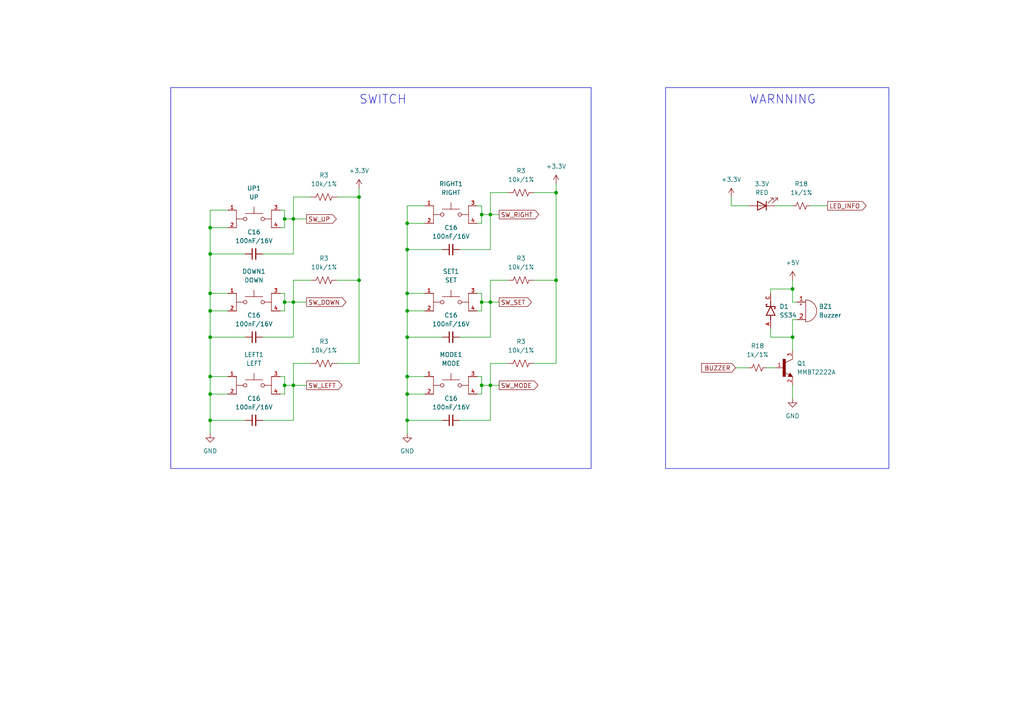
<source format=kicad_sch>
(kicad_sch (version 20230121) (generator eeschema)
  (paper "A4")
  (title_block (title "SETTING") (date "2023-12-10"))
  (lib_symbols
    (symbol "Device:Buzzer" (pin_names (offset 0.0254) hide)
      (property "Reference" "BZ" (at 3.81 1.27 0))
      (property "Value" "Buzzer" (at 3.81 -1.27 0))
      (symbol "Buzzer_0_1"
        (arc (start 0 -3.175) (mid 3.1612 0) (end 0 3.175))
        (polyline (pts (xy -1.651 1.905) (xy -1.143 1.905)))
        (polyline (pts (xy -1.397 2.159) (xy -1.397 1.651)))
        (polyline (pts (xy 0 3.175) (xy 0 -3.175)))
      )
      (symbol "Buzzer_1_1"
        (pin passive line (at -2.54 2.54 0) (length 2.54) (name "-") (number "1"))
        (pin passive line (at -2.54 -2.54 0) (length 2.54) (name "+") (number "2"))
      )
    )
    (symbol "Device:C_Small" (pin_numbers hide) (pin_names (offset 0.254) hide)
      (property "Reference" "C" (at 0.254 1.778 0))
      (property "Value" "C_Small" (at 0.254 -2.032 0))
      (symbol "C_Small_0_1"
        (polyline (pts (xy -1.524 -0.508) (xy 1.524 -0.508)) (stroke (width 0.3302)))
        (polyline (pts (xy -1.524 0.508) (xy 1.524 0.508)) (stroke (width 0.3048)))
      )
      (symbol "C_Small_1_1"
        (pin passive line (at 0 2.54 270) (length 2.032) (name "~") (number "1"))
        (pin passive line (at 0 -2.54 90) (length 2.032) (name "~") (number "2"))
      )
    )
    (symbol "Device:LED" (pin_numbers hide) (pin_names (offset 1.016) hide)
      (property "Reference" "D" (at 0 2.54 0))
      (property "Value" "LED" (at 0 -2.54 0))
      (symbol "LED_0_1"
        (polyline (pts (xy -1.27 -1.27) (xy -1.27 1.27)) (stroke (width 0.254)))
        (polyline (pts (xy -1.27 0) (xy 1.27 0)))
        (polyline (pts (xy 1.27 -1.27) (xy 1.27 1.27) (xy -1.27 0) (xy 1.27 -1.27)) (stroke (width 0.254)))
        (polyline (pts (xy -3.048 -0.762) (xy -4.572 -2.286) (xy -3.81 -2.286) (xy -4.572 -2.286) (xy -4.572 -1.524)))
        (polyline (pts (xy -1.778 -0.762) (xy -3.302 -2.286) (xy -2.54 -2.286) (xy -3.302 -2.286) (xy -3.302 -1.524)))
      )
      (symbol "LED_1_1"
        (pin passive line (at -3.81 0 0) (length 2.54) (name "K") (number "1"))
        (pin passive line (at 3.81 0 180) (length 2.54) (name "A") (number "2"))
      )
    )
    (symbol "Device:R_Small_US" (pin_numbers hide) (pin_names (offset 0.254) hide)
      (property "Reference" "R" (at 0.762 0.508 0))
      (property "Value" "R_Small_US" (at 0.762 -1.016 0))
      (symbol "R_Small_US_1_1"
        (polyline (pts (xy 0 0) (xy 1.016 -0.381) (xy 0 -0.762) (xy -1.016 -1.143) (xy 0 -1.524)))
        (polyline (pts (xy 0 1.524) (xy 1.016 1.143) (xy 0 0.762) (xy -1.016 0.381) (xy 0 0)))
        (pin passive line (at 0 2.54 270) (length 1.016) (name "~") (number "1"))
        (pin passive line (at 0 -2.54 90) (length 1.016) (name "~") (number "2"))
      )
    )
    (symbol "Device:R_US" (pin_numbers hide) (pin_names (offset 0))
      (property "Reference" "R" (at 2.54 0 90))
      (property "Value" "R_US" (at -2.54 0 90))
      (symbol "R_US_0_1"
        (polyline (pts (xy 0 -2.286) (xy 0 -2.54)))
        (polyline (pts (xy 0 2.286) (xy 0 2.54)))
        (polyline (pts (xy 0 -0.762) (xy 1.016 -1.143) (xy 0 -1.524) (xy -1.016 -1.905) (xy 0 -2.286)))
        (polyline (pts (xy 0 0.762) (xy 1.016 0.381) (xy 0 0) (xy -1.016 -0.381) (xy 0 -0.762)))
        (polyline (pts (xy 0 2.286) (xy 1.016 1.905) (xy 0 1.524) (xy -1.016 1.143) (xy 0 0.762)))
      )
      (symbol "R_US_1_1"
        (pin passive line (at 0 3.81 270) (length 1.27) (name "~") (number "1"))
        (pin passive line (at 0 -3.81 90) (length 1.27) (name "~") (number "2"))
      )
    )
    (symbol "MMBT2222A:MMBT2222A" (pin_names (offset 1.016))
      (property "Reference" "Q" (at -10.1729 7.6297 0))
      (property "Value" "MMBT2222A" (at -10.1683 5.0841 0))
      (symbol "MMBT2222A_0_0"
        (rectangle (start -0.2545 -2.5449) (end 0.508 2.54) (stroke (width 0.1)) (fill (type outline)))
        (polyline (pts (xy 1.27 -2.54) (xy 1.778 -1.524)) (stroke (width 0.1524)))
        (polyline (pts (xy 1.524 -2.413) (xy 2.286 -2.413)) (stroke (width 0.254)))
        (polyline (pts (xy 1.524 -2.286) (xy 1.905 -2.286)) (stroke (width 0.254)))
        (polyline (pts (xy 1.54 -2.04) (xy 0.308 -1.424)) (stroke (width 0.1524)))
        (polyline (pts (xy 1.778 -1.778) (xy 1.524 -2.286)) (stroke (width 0.254)))
        (polyline (pts (xy 1.778 -1.524) (xy 2.54 -2.54)) (stroke (width 0.1524)))
        (polyline (pts (xy 1.905 -2.286) (xy 1.778 -2.032)) (stroke (width 0.254)))
        (polyline (pts (xy 2.286 -2.413) (xy 1.778 -1.778)) (stroke (width 0.254)))
        (polyline (pts (xy 2.54 -2.54) (xy 1.27 -2.54)) (stroke (width 0.1524)))
        (polyline (pts (xy 2.54 2.54) (xy 0.508 1.524)) (stroke (width 0.1524)))
        (pin passive line (at -2.54 0 0) (length 2.54) (name "~") (number "1"))
        (pin passive line (at 2.54 -5.08 90) (length 2.54) (name "~") (number "2"))
        (pin passive line (at 2.54 5.08 270) (length 2.54) (name "~") (number "3"))
      )
    )
    (symbol "SS34:SS34" (pin_names (offset 1.016))
      (property "Reference" "D" (at -5.08 2.54 0))
      (property "Value" "SS34" (at -5.08 -3.81 0))
      (symbol "SS34_0_0"
        (polyline (pts (xy -2.54 0) (xy -1.27 0)) (stroke (width 0.254)))
        (polyline (pts (xy -1.27 -1.27) (xy 1.27 0)) (stroke (width 0.254)))
        (polyline (pts (xy -1.27 0) (xy -1.27 -1.27)) (stroke (width 0.254)))
        (polyline (pts (xy -1.27 1.27) (xy -1.27 0)) (stroke (width 0.254)))
        (polyline (pts (xy 0.635 -1.016) (xy 0.635 -1.27)) (stroke (width 0.254)))
        (polyline (pts (xy 1.27 -1.27) (xy 0.635 -1.27)) (stroke (width 0.254)))
        (polyline (pts (xy 1.27 0) (xy -1.27 1.27)) (stroke (width 0.254)))
        (polyline (pts (xy 1.27 0) (xy 1.27 -1.27)) (stroke (width 0.254)))
        (polyline (pts (xy 1.27 1.27) (xy 1.27 0)) (stroke (width 0.254)))
        (polyline (pts (xy 1.905 1.27) (xy 1.27 1.27)) (stroke (width 0.254)))
        (polyline (pts (xy 1.905 1.27) (xy 1.905 1.016)) (stroke (width 0.254)))
        (polyline (pts (xy 2.54 0) (xy 1.27 0)) (stroke (width 0.254)))
        (pin passive line (at -5.08 0 0) (length 2.54) (name "~") (number "A"))
        (pin passive line (at 5.08 0 180) (length 2.54) (name "~") (number "C"))
      )
    )
    (symbol "TL3300CF260Q:SW_SMD_12_12" (pin_names (offset 1.016))
      (property "Reference" "SW" (at -5.08 5.08 0))
      (property "Value" "TL3300CF260Q" (at -5.08 -5.08 0))
      (symbol "SW_SMD_12_12_0_0"
        (circle (center -2.54 0) (radius 0.508) (stroke (width 0.1524)))
        (polyline (pts (xy -5.08 0) (xy -3.048 0)) (stroke (width 0.1524)))
        (polyline (pts (xy -5.08 2.54) (xy -5.08 -2.54)) (stroke (width 0.1524)))
        (polyline (pts (xy -2.54 1.5875) (xy 0 1.5875)) (stroke (width 0.1524)))
        (polyline (pts (xy 0 1.5875) (xy 0 3.4925)) (stroke (width 0.1524)))
        (polyline (pts (xy 0 1.5875) (xy 2.54 1.5875)) (stroke (width 0.1524)))
        (polyline (pts (xy 5.08 0) (xy 3.048 0)) (stroke (width 0.1524)))
        (polyline (pts (xy 5.08 2.54) (xy 5.08 -2.54)) (stroke (width 0.1524)))
        (circle (center 2.54 0) (radius 0.508) (stroke (width 0.1524)))
        (pin passive line (at -7.62 2.54 0) (length 2.54) (name "~") (number "1"))
        (pin passive line (at -7.62 -2.54 0) (length 2.54) (name "~") (number "2"))
        (pin passive line (at 7.62 2.54 180) (length 2.54) (name "~") (number "3"))
        (pin passive line (at 7.62 -2.54 180) (length 2.54) (name "~") (number "4"))
      )
    )
    (symbol "power:+3.3V" (power) (pin_names (offset 0))
      (property "Value" "+3.3V" (at 0 3.556 0))
      (symbol "+3.3V_0_1"
        (polyline (pts (xy -0.762 1.27) (xy 0 2.54)))
        (polyline (pts (xy 0 0) (xy 0 2.54)))
        (polyline (pts (xy 0 2.54) (xy 0.762 1.27)))
      )
      (symbol "+3.3V_1_1"
        (pin power_in line (at 0 0 90) (length 0) hide (name "+3.3V") (number "1"))
      )
    )
    (symbol "power:+5V" (power) (pin_names (offset 0))
      (property "Value" "+5V" (at 0 3.556 0))
      (symbol "+5V_0_1"
        (polyline (pts (xy -0.762 1.27) (xy 0 2.54)))
        (polyline (pts (xy 0 0) (xy 0 2.54)))
        (polyline (pts (xy 0 2.54) (xy 0.762 1.27)))
      )
      (symbol "+5V_1_1"
        (pin power_in line (at 0 0 90) (length 0) hide (name "+5V") (number "1"))
      )
    )
    (symbol "power:GND" (power) (pin_names (offset 0))
      (property "Value" "GND" (at 0 -3.81 0))
      (symbol "GND_0_1"
        (polyline (pts (xy 0 0) (xy 0 -1.27) (xy 1.27 -1.27) (xy 0 -2.54) (xy -1.27 -1.27) (xy 0 -1.27)))
      )
      (symbol "GND_1_1"
        (pin power_in line (at 0 0 270) (length 0) hide (name "GND") (number "1"))
      )
    )
  )
  (junction (at 60.96 114.3))
  (junction (at 104.14 57.15))
  (junction (at 142.24 87.63))
  (junction (at 60.96 97.79))
  (junction (at 60.96 90.17))
  (junction (at 229.87 97.79))
  (junction (at 118.11 109.22))
  (junction (at 82.55 63.5))
  (junction (at 60.96 85.09))
  (junction (at 85.09 111.76))
  (junction (at 60.96 121.92))
  (junction (at 118.11 64.77))
  (junction (at 139.7 87.63))
  (junction (at 118.11 121.92))
  (junction (at 142.24 62.23))
  (junction (at 60.96 73.66))
  (junction (at 118.11 114.3))
  (junction (at 60.96 66.04))
  (junction (at 118.11 72.39))
  (junction (at 104.14 81.28))
  (junction (at 118.11 97.79))
  (junction (at 139.7 62.23))
  (junction (at 161.29 81.28))
  (junction (at 161.29 55.88))
  (junction (at 118.11 90.17))
  (junction (at 118.11 85.09))
  (junction (at 60.96 109.22))
  (junction (at 229.87 83.82))
  (junction (at 85.09 87.63))
  (junction (at 82.55 87.63))
  (junction (at 142.24 111.76))
  (junction (at 85.09 63.5))
  (junction (at 82.55 111.76))
  (junction (at 139.7 111.76))
  (wire (pts (xy 139.7 59.69) (xy 139.7 62.23)))
  (wire (pts (xy 223.52 85.09) (xy 223.52 83.82)))
  (wire (pts (xy 123.19 59.69) (xy 118.11 59.69)))
  (wire (pts (xy 142.24 72.39) (xy 142.24 62.23)))
  (wire (pts (xy 60.96 97.79) (xy 60.96 109.22)))
  (wire (pts (xy 161.29 105.41) (xy 154.94 105.41)))
  (wire (pts (xy 82.55 90.17) (xy 81.28 90.17)))
  (wire (pts (xy 82.55 66.04) (xy 81.28 66.04)))
  (wire (pts (xy 118.11 114.3) (xy 123.19 114.3)))
  (wire (pts (xy 142.24 62.23) (xy 144.78 62.23)))
  (wire (pts (xy 85.09 63.5) (xy 88.9 63.5)))
  (wire (pts (xy 118.11 72.39) (xy 118.11 85.09)))
  (wire (pts (xy 76.2 121.92) (xy 85.09 121.92)))
  (wire (pts (xy 212.09 59.69) (xy 217.17 59.69)))
  (wire (pts (xy 118.11 85.09) (xy 123.19 85.09)))
  (wire (pts (xy 90.17 57.15) (xy 85.09 57.15)))
  (wire (pts (xy 118.11 90.17) (xy 123.19 90.17)))
  (wire (pts (xy 118.11 114.3) (xy 118.11 121.92)))
  (wire (pts (xy 82.55 111.76) (xy 82.55 114.3)))
  (wire (pts (xy 82.55 63.5) (xy 85.09 63.5)))
  (wire (pts (xy 139.7 62.23) (xy 139.7 64.77)))
  (wire (pts (xy 229.87 97.79) (xy 229.87 101.6)))
  (wire (pts (xy 60.96 121.92) (xy 60.96 125.73)))
  (wire (pts (xy 142.24 111.76) (xy 144.78 111.76)))
  (wire (pts (xy 161.29 55.88) (xy 161.29 81.28)))
  (wire (pts (xy 118.11 97.79) (xy 118.11 109.22)))
  (wire (pts (xy 142.24 87.63) (xy 144.78 87.63)))
  (wire (pts (xy 60.96 114.3) (xy 60.96 121.92)))
  (wire (pts (xy 118.11 64.77) (xy 123.19 64.77)))
  (wire (pts (xy 142.24 121.92) (xy 142.24 111.76)))
  (wire (pts (xy 118.11 121.92) (xy 128.27 121.92)))
  (wire (pts (xy 60.96 109.22) (xy 66.04 109.22)))
  (wire (pts (xy 161.29 53.34) (xy 161.29 55.88)))
  (wire (pts (xy 118.11 64.77) (xy 118.11 72.39)))
  (wire (pts (xy 240.03 59.69) (xy 234.95 59.69)))
  (wire (pts (xy 97.79 57.15) (xy 104.14 57.15)))
  (wire (pts (xy 85.09 97.79) (xy 85.09 87.63)))
  (wire (pts (xy 60.96 90.17) (xy 60.96 97.79)))
  (wire (pts (xy 139.7 109.22) (xy 139.7 111.76)))
  (wire (pts (xy 85.09 105.41) (xy 85.09 111.76)))
  (wire (pts (xy 104.14 54.61) (xy 104.14 57.15)))
  (wire (pts (xy 82.55 109.22) (xy 81.28 109.22)))
  (wire (pts (xy 133.35 121.92) (xy 142.24 121.92)))
  (wire (pts (xy 60.96 109.22) (xy 60.96 114.3)))
  (wire (pts (xy 104.14 81.28) (xy 104.14 105.41)))
  (wire (pts (xy 118.11 109.22) (xy 123.19 109.22)))
  (wire (pts (xy 85.09 121.92) (xy 85.09 111.76)))
  (wire (pts (xy 97.79 81.28) (xy 104.14 81.28)))
  (wire (pts (xy 139.7 90.17) (xy 138.43 90.17)))
  (wire (pts (xy 147.32 105.41) (xy 142.24 105.41)))
  (wire (pts (xy 139.7 85.09) (xy 139.7 87.63)))
  (wire (pts (xy 118.11 90.17) (xy 118.11 97.79)))
  (wire (pts (xy 139.7 111.76) (xy 139.7 114.3)))
  (wire (pts (xy 212.09 57.15) (xy 212.09 59.69)))
  (wire (pts (xy 213.36 106.68) (xy 217.17 106.68)))
  (wire (pts (xy 229.87 87.63) (xy 231.14 87.63)))
  (wire (pts (xy 118.11 72.39) (xy 128.27 72.39)))
  (wire (pts (xy 118.11 121.92) (xy 118.11 125.73)))
  (wire (pts (xy 222.25 106.68) (xy 224.79 106.68)))
  (wire (pts (xy 60.96 66.04) (xy 66.04 66.04)))
  (wire (pts (xy 118.11 97.79) (xy 128.27 97.79)))
  (wire (pts (xy 76.2 97.79) (xy 85.09 97.79)))
  (wire (pts (xy 81.28 60.96) (xy 82.55 60.96)))
  (wire (pts (xy 139.7 64.77) (xy 138.43 64.77)))
  (wire (pts (xy 85.09 73.66) (xy 85.09 63.5)))
  (wire (pts (xy 82.55 60.96) (xy 82.55 63.5)))
  (wire (pts (xy 118.11 85.09) (xy 118.11 90.17)))
  (wire (pts (xy 82.55 63.5) (xy 82.55 66.04)))
  (wire (pts (xy 133.35 72.39) (xy 142.24 72.39)))
  (wire (pts (xy 82.55 111.76) (xy 85.09 111.76)))
  (wire (pts (xy 139.7 87.63) (xy 139.7 90.17)))
  (wire (pts (xy 66.04 60.96) (xy 60.96 60.96)))
  (wire (pts (xy 60.96 66.04) (xy 60.96 73.66)))
  (wire (pts (xy 139.7 114.3) (xy 138.43 114.3)))
  (wire (pts (xy 154.94 81.28) (xy 161.29 81.28)))
  (wire (pts (xy 142.24 55.88) (xy 142.24 62.23)))
  (wire (pts (xy 139.7 111.76) (xy 142.24 111.76)))
  (wire (pts (xy 82.55 87.63) (xy 85.09 87.63)))
  (wire (pts (xy 82.55 87.63) (xy 82.55 90.17)))
  (wire (pts (xy 85.09 81.28) (xy 85.09 87.63)))
  (wire (pts (xy 82.55 109.22) (xy 82.55 111.76)))
  (wire (pts (xy 90.17 81.28) (xy 85.09 81.28)))
  (wire (pts (xy 133.35 97.79) (xy 142.24 97.79)))
  (wire (pts (xy 60.96 73.66) (xy 71.12 73.66)))
  (wire (pts (xy 60.96 85.09) (xy 66.04 85.09)))
  (wire (pts (xy 104.14 57.15) (xy 104.14 81.28)))
  (wire (pts (xy 142.24 105.41) (xy 142.24 111.76)))
  (wire (pts (xy 60.96 97.79) (xy 71.12 97.79)))
  (wire (pts (xy 60.96 90.17) (xy 66.04 90.17)))
  (wire (pts (xy 82.55 114.3) (xy 81.28 114.3)))
  (wire (pts (xy 231.14 92.71) (xy 229.87 92.71)))
  (wire (pts (xy 147.32 81.28) (xy 142.24 81.28)))
  (wire (pts (xy 223.52 83.82) (xy 229.87 83.82)))
  (wire (pts (xy 60.96 85.09) (xy 60.96 90.17)))
  (wire (pts (xy 229.87 83.82) (xy 229.87 87.63)))
  (wire (pts (xy 142.24 97.79) (xy 142.24 87.63)))
  (wire (pts (xy 85.09 57.15) (xy 85.09 63.5)))
  (wire (pts (xy 138.43 109.22) (xy 139.7 109.22)))
  (wire (pts (xy 223.52 97.79) (xy 229.87 97.79)))
  (wire (pts (xy 223.52 95.25) (xy 223.52 97.79)))
  (wire (pts (xy 60.96 114.3) (xy 66.04 114.3)))
  (wire (pts (xy 139.7 62.23) (xy 142.24 62.23)))
  (wire (pts (xy 229.87 111.76) (xy 229.87 115.57)))
  (wire (pts (xy 82.55 85.09) (xy 82.55 87.63)))
  (wire (pts (xy 229.87 81.28) (xy 229.87 83.82)))
  (wire (pts (xy 104.14 105.41) (xy 97.79 105.41)))
  (wire (pts (xy 229.87 92.71) (xy 229.87 97.79)))
  (wire (pts (xy 60.96 73.66) (xy 60.96 85.09)))
  (wire (pts (xy 90.17 105.41) (xy 85.09 105.41)))
  (wire (pts (xy 60.96 60.96) (xy 60.96 66.04)))
  (wire (pts (xy 118.11 59.69) (xy 118.11 64.77)))
  (wire (pts (xy 85.09 111.76) (xy 88.9 111.76)))
  (wire (pts (xy 154.94 55.88) (xy 161.29 55.88)))
  (wire (pts (xy 142.24 81.28) (xy 142.24 87.63)))
  (wire (pts (xy 138.43 59.69) (xy 139.7 59.69)))
  (wire (pts (xy 161.29 81.28) (xy 161.29 105.41)))
  (wire (pts (xy 85.09 87.63) (xy 88.9 87.63)))
  (wire (pts (xy 76.2 73.66) (xy 85.09 73.66)))
  (wire (pts (xy 139.7 87.63) (xy 142.24 87.63)))
  (wire (pts (xy 147.32 55.88) (xy 142.24 55.88)))
  (wire (pts (xy 224.79 59.69) (xy 229.87 59.69)))
  (wire (pts (xy 81.28 85.09) (xy 82.55 85.09)))
  (wire (pts (xy 138.43 85.09) (xy 139.7 85.09)))
  (wire (pts (xy 118.11 114.3) (xy 118.11 109.22)))
  (wire (pts (xy 60.96 121.92) (xy 71.12 121.92)))
  (rectangle (start 49.53 25.4) (end 171.45 135.89))
  (rectangle (start 193.04 25.4) (end 257.81 135.89))
  (text "WARNNING" (at 217.17 30.48 0) (effects (font (size 2.54 2.54)) (justify left bottom)))
  (text "SWITCH" (at 104.14 30.48 0) (effects (font (size 2.54 2.54)) (justify left bottom)))
  (global_label "LED_INFO" (shape output) (at 240.03 59.69 0) (property "Intersheetrefs" "${INTERSHEET_REFS}" (effects hide)))
  (global_label "SW_DOWN" (shape output) (at 88.9 87.63 0) (property "Intersheetrefs" "${INTERSHEET_REFS}" (effects hide)))
  (global_label "SW_MODE" (shape output) (at 144.78 111.76 0) (property "Intersheetrefs" "${INTERSHEET_REFS}" (effects hide)))
  (global_label "SW_UP" (shape output) (at 88.9 63.5 0) (property "Intersheetrefs" "${INTERSHEET_REFS}" (effects hide)))
  (global_label "SW_LEFT" (shape output) (at 88.9 111.76 0) (property "Intersheetrefs" "${INTERSHEET_REFS}" (effects hide)))
  (global_label "SW_RIGHT" (shape output) (at 144.78 62.23 0) (property "Intersheetrefs" "${INTERSHEET_REFS}" (effects hide)))
  (global_label "BUZZER" (shape input) (at 213.36 106.68 180) (property "Intersheetrefs" "${INTERSHEET_REFS}" (effects hide)))
  (global_label "SW_SET" (shape output) (at 144.78 87.63 0) (property "Intersheetrefs" "${INTERSHEET_REFS}" (effects hide)))
  (symbol (lib_id "TL3300CF260Q:SW_SMD_12_12") (at 130.81 87.63 0) (unit 1)
    (property "Reference" "SET1" (at 130.81 78.74 0))
    (property "Value" "SET" (at 130.81 81.28 0))
    (property "Footprint" "TL3300CF260Q:SW_TL3300CF260Q" (effects hide))
    (property "URL" "https://www.thegioiic.com/nut-nhan-12x12mm-cao-8mm-4-chan-smd" (effects hide))
  )
  (symbol (lib_id "Device:C_Small") (at 73.66 121.92 90) (unit 1)
    (property "Reference" "C16" (at 73.6663 115.57 90))
    (property "Value" "100nF/16V" (at 73.6663 118.11 90))
    (property "Footprint" "Capacitor_SMD:C_0603_1608Metric_Pad1.08x0.95mm_HandSolder" (effects hide))
    (property "URL" "https://www.thegioiic.com/tu-gom-0603-100nf-0-1uf-16v" (effects hide))
    (instances (project "Brightness_Meter" (path "" (reference "C16") (unit 1)) (path "" (reference "C21") (unit 1)) (path "" (reference "C46") (unit 1))))
  )
  (symbol (lib_id "Device:R_Small_US") (at 232.41 59.69 90) (unit 1)
    (property "Reference" "R18" (at 232.41 53.34 90))
    (property "Value" "1k/1%" (at 232.41 55.88 90))
    (property "Footprint" "Resistor_SMD:R_0603_1608Metric_Pad0.98x0.95mm_HandSolder" (effects hide))
    (property "URL" "https://www.thegioiic.com/dien-tro-1-kohm-0603-1-" (effects hide))
    (instances (project "Brightness_Meter" (path "" (reference "R18") (unit 1)) (path "" (reference "R36") (unit 1))))
  )
  (symbol (lib_id "Device:R_Small_US") (at 219.71 106.68 90) (unit 1)
    (property "Reference" "R18" (at 219.71 100.33 90))
    (property "Value" "1k/1%" (at 219.71 102.87 90))
    (property "Footprint" "Resistor_SMD:R_0603_1608Metric_Pad0.98x0.95mm_HandSolder" (effects hide))
    (property "URL" "https://www.thegioiic.com/dien-tro-1-kohm-0603-1-" (effects hide))
    (instances (project "Brightness_Meter" (path "" (reference "R18") (unit 1)) (path "" (reference "R37") (unit 1))))
  )
  (symbol (lib_id "SS34:SS34") (at 223.52 90.17 90) (unit 1)
    (property "Reference" "D1" (at 226.06 88.9 90) (effects (justify right)))
    (property "Value" "SS34" (at 226.06 91.44 90) (effects (justify right)))
    (property "Footprint" "SS34:DIOM4325X250N" (effects hide))
    (property "URL" "https://www.thegioiic.com/ss34-sma-diode-schottky-3a" (effects hide))
    (instances (project "Brightness_Meter" (path "" (reference "D1") (unit 1)) (path "" (reference "D3") (unit 1))))
  )
  (symbol (lib_id "TL3300CF260Q:SW_SMD_12_12") (at 130.81 111.76 0) (unit 1)
    (property "Reference" "MODE1" (at 130.81 102.87 0))
    (property "Value" "MODE" (at 130.81 105.41 0))
    (property "Footprint" "TL3300CF260Q:SW_TL3300CF260Q" (effects hide))
    (property "URL" "https://www.thegioiic.com/nut-nhan-12x12mm-cao-8mm-4-chan-smd" (effects hide))
  )
  (symbol (lib_id "Device:C_Small") (at 73.66 97.79 90) (unit 1)
    (property "Reference" "C16" (at 73.6663 91.44 90))
    (property "Value" "100nF/16V" (at 73.6663 93.98 90))
    (property "Footprint" "Capacitor_SMD:C_0603_1608Metric_Pad1.08x0.95mm_HandSolder" (effects hide))
    (property "URL" "https://www.thegioiic.com/tu-gom-0603-100nf-0-1uf-16v" (effects hide))
    (instances (project "Brightness_Meter" (path "" (reference "C16") (unit 1)) (path "" (reference "C21") (unit 1)) (path "" (reference "C45") (unit 1))))
  )
  (symbol (lib_id "TL3300CF260Q:SW_SMD_12_12") (at 73.66 63.5 0) (unit 1)
    (property "Reference" "UP1" (at 73.66 54.61 0))
    (property "Value" "UP" (at 73.66 57.15 0))
    (property "Footprint" "TL3300CF260Q:SW_TL3300CF260Q" (effects hide))
    (property "URL" "https://www.thegioiic.com/nut-nhan-12x12mm-cao-8mm-4-chan-smd" (effects hide))
  )
  (symbol (lib_id "Device:R_US") (at 93.98 81.28 90) (unit 1)
    (property "Reference" "R3" (at 93.98 74.93 90))
    (property "Value" "10k/1%" (at 93.98 77.47 90))
    (property "Footprint" "Resistor_SMD:R_0603_1608Metric_Pad0.98x0.95mm_HandSolder" (effects hide))
    (property "URL" "https://www.thegioiic.com/dien-tro-10-kohm-0603-1-" (effects hide))
    (instances (project "Brightness_Meter" (path "" (reference "R3") (unit 1)) (path "" (reference "R10") (unit 1)) (path "" (reference "R31") (unit 1))))
  )
  (symbol (lib_id "power:GND") (at 229.87 115.57 0) (unit 1)
    (property "Reference" "#PWR065" (effects hide))
    (property "Value" "GND" (at 229.87 120.65 0))
  )
  (symbol (lib_id "Device:C_Small") (at 130.81 121.92 90) (unit 1)
    (property "Reference" "C16" (at 130.8163 115.57 90))
    (property "Value" "100nF/16V" (at 130.8163 118.11 90))
    (property "Footprint" "Capacitor_SMD:C_0603_1608Metric_Pad1.08x0.95mm_HandSolder" (effects hide))
    (property "URL" "https://www.thegioiic.com/tu-gom-0603-100nf-0-1uf-16v" (effects hide))
    (instances (project "Brightness_Meter" (path "" (reference "C16") (unit 1)) (path "" (reference "C21") (unit 1)) (path "" (reference "C49") (unit 1))))
  )
  (symbol (lib_id "TL3300CF260Q:SW_SMD_12_12") (at 130.81 62.23 0) (unit 1)
    (property "Reference" "RIGHT1" (at 130.81 53.34 0))
    (property "Value" "RIGHT" (at 130.81 55.88 0))
    (property "Footprint" "TL3300CF260Q:SW_TL3300CF260Q" (effects hide))
    (property "URL" "https://www.thegioiic.com/nut-nhan-12x12mm-cao-8mm-4-chan-smd" (effects hide))
  )
  (symbol (lib_id "MMBT2222A:MMBT2222A") (at 227.33 106.68 0) (unit 1)
    (property "Reference" "Q1" (at 231.14 105.41 0) (effects (justify left)))
    (property "Value" "MMBT2222A" (at 231.14 107.95 0) (effects (justify left)))
    (property "Footprint" "MMBT2222A:SOT23" (effects hide))
  )
  (symbol (lib_id "power:+3.3V") (at 161.29 53.34 0) (unit 1)
    (property "Reference" "#PWR062" (effects hide))
    (property "Value" "+3.3V" (at 161.29 48.26 0))
  )
  (symbol (lib_id "Device:R_US") (at 151.13 105.41 90) (unit 1)
    (property "Reference" "R3" (at 151.13 99.06 90))
    (property "Value" "10k/1%" (at 151.13 101.6 90))
    (property "Footprint" "Resistor_SMD:R_0603_1608Metric_Pad0.98x0.95mm_HandSolder" (effects hide))
    (property "URL" "https://www.thegioiic.com/dien-tro-10-kohm-0603-1-" (effects hide))
    (instances (project "Brightness_Meter" (path "" (reference "R3") (unit 1)) (path "" (reference "R10") (unit 1)) (path "" (reference "R35") (unit 1))))
  )
  (symbol (lib_id "Device:Buzzer") (at 233.68 90.17 0) (unit 1)
    (property "Reference" "BZ1" (at 237.49 88.9 0) (effects (justify left)))
    (property "Value" "Buzzer" (at 237.49 91.44 0) (effects (justify left)))
    (property "Footprint" "Buzzer_Beeper:Buzzer_12x9.5RM7.6" (effects hide))
  )
  (symbol (lib_id "TL3300CF260Q:SW_SMD_12_12") (at 73.66 87.63 0) (unit 1)
    (property "Reference" "DOWN1" (at 73.66 78.74 0))
    (property "Value" "DOWN" (at 73.66 81.28 0))
    (property "Footprint" "TL3300CF260Q:SW_TL3300CF260Q" (effects hide))
    (property "URL" "https://www.thegioiic.com/nut-nhan-12x12mm-cao-8mm-4-chan-smd" (effects hide))
  )
  (symbol (lib_id "power:GND") (at 118.11 125.73 0) (unit 1)
    (property "Reference" "#PWR060" (effects hide))
    (property "Value" "GND" (at 118.11 130.81 0))
  )
  (symbol (lib_id "Device:LED") (at 220.98 59.69 180) (unit 1)
    (property "Reference" "3.3V" (at 220.98 53.34 0))
    (property "Value" "RED" (at 220.98 55.88 0))
    (property "Footprint" "LED_SMD:LED_0805_2012Metric_Pad1.15x1.40mm_HandSolder" (effects hide))
    (property "URL" "https://www.thegioiic.com/led-xanh-duong-0805-dan-smd-trong-suot-harvatek" (effects hide))
    (instances (project "Brightness_Meter" (path "" (reference "3.3V") (unit 1)) (path "" (reference "LED1") (unit 1))))
  )
  (symbol (lib_id "Device:C_Small") (at 130.81 72.39 90) (unit 1)
    (property "Reference" "C16" (at 130.8163 66.04 90))
    (property "Value" "100nF/16V" (at 130.8163 68.58 90))
    (property "Footprint" "Capacitor_SMD:C_0603_1608Metric_Pad1.08x0.95mm_HandSolder" (effects hide))
    (property "URL" "https://www.thegioiic.com/tu-gom-0603-100nf-0-1uf-16v" (effects hide))
    (instances (project "Brightness_Meter" (path "" (reference "C16") (unit 1)) (path "" (reference "C21") (unit 1)) (path "" (reference "C47") (unit 1))))
  )
  (symbol (lib_id "Device:R_US") (at 151.13 55.88 90) (unit 1)
    (property "Reference" "R3" (at 151.13 49.53 90))
    (property "Value" "10k/1%" (at 151.13 52.07 90))
    (property "Footprint" "Resistor_SMD:R_0603_1608Metric_Pad0.98x0.95mm_HandSolder" (effects hide))
    (property "URL" "https://www.thegioiic.com/dien-tro-10-kohm-0603-1-" (effects hide))
    (instances (project "Brightness_Meter" (path "" (reference "R3") (unit 1)) (path "" (reference "R10") (unit 1)) (path "" (reference "R33") (unit 1))))
  )
  (symbol (lib_id "Device:R_US") (at 93.98 105.41 90) (unit 1)
    (property "Reference" "R3" (at 93.98 99.06 90))
    (property "Value" "10k/1%" (at 93.98 101.6 90))
    (property "Footprint" "Resistor_SMD:R_0603_1608Metric_Pad0.98x0.95mm_HandSolder" (effects hide))
    (property "URL" "https://www.thegioiic.com/dien-tro-10-kohm-0603-1-" (effects hide))
    (instances (project "Brightness_Meter" (path "" (reference "R3") (unit 1)) (path "" (reference "R10") (unit 1)) (path "" (reference "R32") (unit 1))))
  )
  (symbol (lib_id "Device:C_Small") (at 73.66 73.66 90) (unit 1)
    (property "Reference" "C16" (at 73.6663 67.31 90))
    (property "Value" "100nF/16V" (at 73.6663 69.85 90))
    (property "Footprint" "Capacitor_SMD:C_0603_1608Metric_Pad1.08x0.95mm_HandSolder" (effects hide))
    (property "URL" "https://www.thegioiic.com/tu-gom-0603-100nf-0-1uf-16v" (effects hide))
    (instances (project "Brightness_Meter" (path "" (reference "C16") (unit 1)) (path "" (reference "C21") (unit 1)) (path "" (reference "C44") (unit 1))))
  )
  (symbol (lib_id "power:+3.3V") (at 104.14 54.61 0) (unit 1)
    (property "Reference" "#PWR061" (effects hide))
    (property "Value" "+3.3V" (at 104.14 49.53 0))
  )
  (symbol (lib_id "power:+3.3V") (at 212.09 57.15 0) (unit 1)
    (property "Reference" "#PWR033" (effects hide))
    (property "Value" "+3.3V" (at 212.09 52.07 0))
    (instances (project "Brightness_Meter" (path "" (reference "#PWR033") (unit 1)) (path "" (reference "#PWR063") (unit 1))))
  )
  (symbol (lib_id "Device:C_Small") (at 130.81 97.79 90) (unit 1)
    (property "Reference" "C16" (at 130.8163 91.44 90))
    (property "Value" "100nF/16V" (at 130.8163 93.98 90))
    (property "Footprint" "Capacitor_SMD:C_0603_1608Metric_Pad1.08x0.95mm_HandSolder" (effects hide))
    (property "URL" "https://www.thegioiic.com/tu-gom-0603-100nf-0-1uf-16v" (effects hide))
    (instances (project "Brightness_Meter" (path "" (reference "C16") (unit 1)) (path "" (reference "C21") (unit 1)) (path "" (reference "C48") (unit 1))))
  )
  (symbol (lib_id "Device:R_US") (at 151.13 81.28 90) (unit 1)
    (property "Reference" "R3" (at 151.13 74.93 90))
    (property "Value" "10k/1%" (at 151.13 77.47 90))
    (property "Footprint" "Resistor_SMD:R_0603_1608Metric_Pad0.98x0.95mm_HandSolder" (effects hide))
    (property "URL" "https://www.thegioiic.com/dien-tro-10-kohm-0603-1-" (effects hide))
    (instances (project "Brightness_Meter" (path "" (reference "R3") (unit 1)) (path "" (reference "R10") (unit 1)) (path "" (reference "R34") (unit 1))))
  )
  (symbol (lib_id "Device:R_US") (at 93.98 57.15 90) (unit 1)
    (property "Reference" "R3" (at 93.98 50.8 90))
    (property "Value" "10k/1%" (at 93.98 53.34 90))
    (property "Footprint" "Resistor_SMD:R_0603_1608Metric_Pad0.98x0.95mm_HandSolder" (effects hide))
    (property "URL" "https://www.thegioiic.com/dien-tro-10-kohm-0603-1-" (effects hide))
    (instances (project "Brightness_Meter" (path "" (reference "R3") (unit 1)) (path "" (reference "R10") (unit 1)) (path "" (reference "R30") (unit 1))))
  )
  (symbol (lib_id "power:GND") (at 60.96 125.73 0) (unit 1)
    (property "Reference" "#PWR059" (effects hide))
    (property "Value" "GND" (at 60.96 130.81 0))
  )
  (symbol (lib_id "TL3300CF260Q:SW_SMD_12_12") (at 73.66 111.76 0) (unit 1)
    (property "Reference" "LEFT1" (at 73.66 102.87 0))
    (property "Value" "LEFT" (at 73.66 105.41 0))
    (property "Footprint" "TL3300CF260Q:SW_TL3300CF260Q" (effects hide))
    (property "URL" "https://www.thegioiic.com/nut-nhan-12x12mm-cao-8mm-4-chan-smd" (effects hide))
  )
  (symbol (lib_id "power:+5V") (at 229.87 81.28 0) (unit 1)
    (property "Reference" "#PWR064" (effects hide))
    (property "Value" "+5V" (at 229.87 76.2 0))
  )
)
</source>
